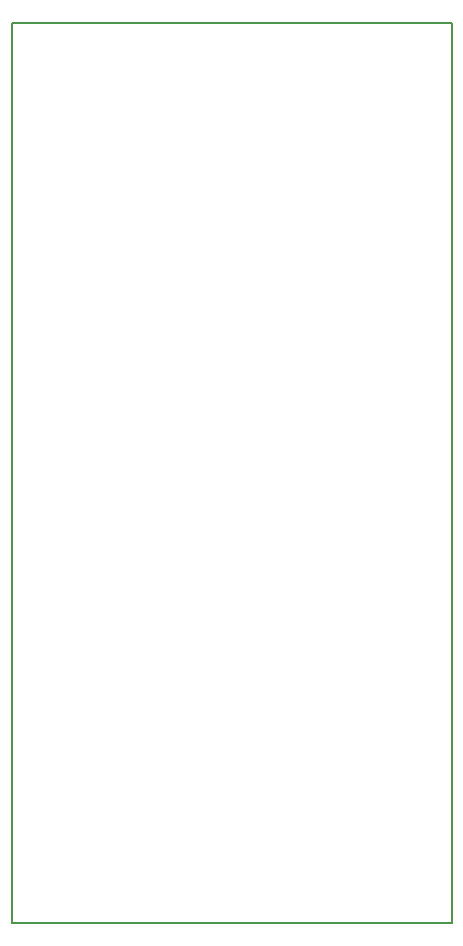
<source format=gbr>
G04 #@! TF.FileFunction,Profile,NP*
%FSLAX46Y46*%
G04 Gerber Fmt 4.6, Leading zero omitted, Abs format (unit mm)*
G04 Created by KiCad (PCBNEW 4.0.7-e2-6376~61~ubuntu18.04.1) date Tue Sep  1 21:44:30 2020*
%MOMM*%
%LPD*%
G01*
G04 APERTURE LIST*
%ADD10C,0.100000*%
%ADD11C,0.150000*%
G04 APERTURE END LIST*
D10*
D11*
X195732400Y-136093200D02*
X195732400Y-59944000D01*
X158496000Y-136093200D02*
X195732400Y-136093200D01*
X158496000Y-59944000D02*
X158496000Y-136093200D01*
X195732400Y-59944000D02*
X158496000Y-59944000D01*
M02*

</source>
